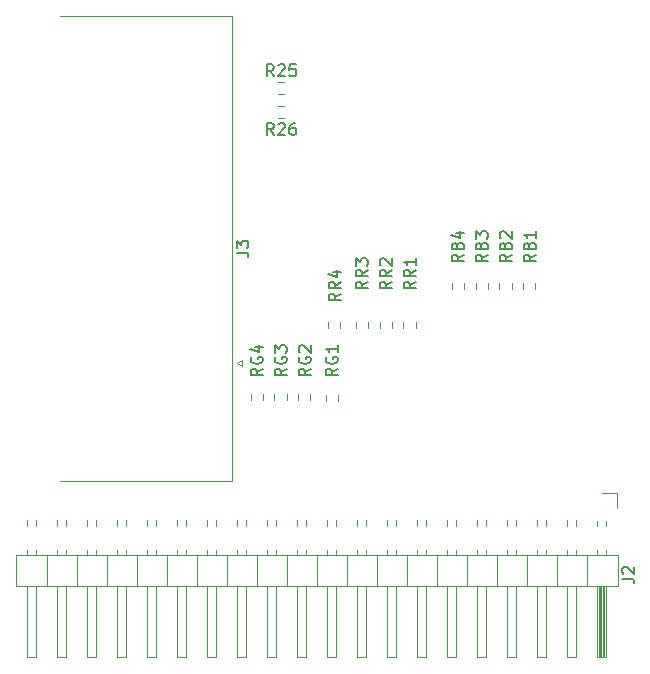
<source format=gbr>
%TF.GenerationSoftware,KiCad,Pcbnew,9.0.0*%
%TF.CreationDate,2025-03-15T18:46:04+01:00*%
%TF.ProjectId,VGA_adapter,5647415f-6164-4617-9074-65722e6b6963,rev?*%
%TF.SameCoordinates,Original*%
%TF.FileFunction,Legend,Top*%
%TF.FilePolarity,Positive*%
%FSLAX46Y46*%
G04 Gerber Fmt 4.6, Leading zero omitted, Abs format (unit mm)*
G04 Created by KiCad (PCBNEW 9.0.0) date 2025-03-15 18:46:04*
%MOMM*%
%LPD*%
G01*
G04 APERTURE LIST*
%ADD10C,0.150000*%
%ADD11C,0.120000*%
G04 APERTURE END LIST*
D10*
X126765150Y-117333333D02*
X127479435Y-117333333D01*
X127479435Y-117333333D02*
X127622292Y-117380952D01*
X127622292Y-117380952D02*
X127717531Y-117476190D01*
X127717531Y-117476190D02*
X127765150Y-117619047D01*
X127765150Y-117619047D02*
X127765150Y-117714285D01*
X126765150Y-116952380D02*
X126765150Y-116333333D01*
X126765150Y-116333333D02*
X127146102Y-116666666D01*
X127146102Y-116666666D02*
X127146102Y-116523809D01*
X127146102Y-116523809D02*
X127193721Y-116428571D01*
X127193721Y-116428571D02*
X127241340Y-116380952D01*
X127241340Y-116380952D02*
X127336578Y-116333333D01*
X127336578Y-116333333D02*
X127574673Y-116333333D01*
X127574673Y-116333333D02*
X127669911Y-116380952D01*
X127669911Y-116380952D02*
X127717531Y-116428571D01*
X127717531Y-116428571D02*
X127765150Y-116523809D01*
X127765150Y-116523809D02*
X127765150Y-116809523D01*
X127765150Y-116809523D02*
X127717531Y-116904761D01*
X127717531Y-116904761D02*
X127669911Y-116952380D01*
X150060819Y-117506666D02*
X149584628Y-117839999D01*
X150060819Y-118078094D02*
X149060819Y-118078094D01*
X149060819Y-118078094D02*
X149060819Y-117697142D01*
X149060819Y-117697142D02*
X149108438Y-117601904D01*
X149108438Y-117601904D02*
X149156057Y-117554285D01*
X149156057Y-117554285D02*
X149251295Y-117506666D01*
X149251295Y-117506666D02*
X149394152Y-117506666D01*
X149394152Y-117506666D02*
X149489390Y-117554285D01*
X149489390Y-117554285D02*
X149537009Y-117601904D01*
X149537009Y-117601904D02*
X149584628Y-117697142D01*
X149584628Y-117697142D02*
X149584628Y-118078094D01*
X149537009Y-116744761D02*
X149584628Y-116601904D01*
X149584628Y-116601904D02*
X149632247Y-116554285D01*
X149632247Y-116554285D02*
X149727485Y-116506666D01*
X149727485Y-116506666D02*
X149870342Y-116506666D01*
X149870342Y-116506666D02*
X149965580Y-116554285D01*
X149965580Y-116554285D02*
X150013200Y-116601904D01*
X150013200Y-116601904D02*
X150060819Y-116697142D01*
X150060819Y-116697142D02*
X150060819Y-117078094D01*
X150060819Y-117078094D02*
X149060819Y-117078094D01*
X149060819Y-117078094D02*
X149060819Y-116744761D01*
X149060819Y-116744761D02*
X149108438Y-116649523D01*
X149108438Y-116649523D02*
X149156057Y-116601904D01*
X149156057Y-116601904D02*
X149251295Y-116554285D01*
X149251295Y-116554285D02*
X149346533Y-116554285D01*
X149346533Y-116554285D02*
X149441771Y-116601904D01*
X149441771Y-116601904D02*
X149489390Y-116649523D01*
X149489390Y-116649523D02*
X149537009Y-116744761D01*
X149537009Y-116744761D02*
X149537009Y-117078094D01*
X149156057Y-116125713D02*
X149108438Y-116078094D01*
X149108438Y-116078094D02*
X149060819Y-115982856D01*
X149060819Y-115982856D02*
X149060819Y-115744761D01*
X149060819Y-115744761D02*
X149108438Y-115649523D01*
X149108438Y-115649523D02*
X149156057Y-115601904D01*
X149156057Y-115601904D02*
X149251295Y-115554285D01*
X149251295Y-115554285D02*
X149346533Y-115554285D01*
X149346533Y-115554285D02*
X149489390Y-115601904D01*
X149489390Y-115601904D02*
X150060819Y-116173332D01*
X150060819Y-116173332D02*
X150060819Y-115554285D01*
X152092819Y-117506666D02*
X151616628Y-117839999D01*
X152092819Y-118078094D02*
X151092819Y-118078094D01*
X151092819Y-118078094D02*
X151092819Y-117697142D01*
X151092819Y-117697142D02*
X151140438Y-117601904D01*
X151140438Y-117601904D02*
X151188057Y-117554285D01*
X151188057Y-117554285D02*
X151283295Y-117506666D01*
X151283295Y-117506666D02*
X151426152Y-117506666D01*
X151426152Y-117506666D02*
X151521390Y-117554285D01*
X151521390Y-117554285D02*
X151569009Y-117601904D01*
X151569009Y-117601904D02*
X151616628Y-117697142D01*
X151616628Y-117697142D02*
X151616628Y-118078094D01*
X151569009Y-116744761D02*
X151616628Y-116601904D01*
X151616628Y-116601904D02*
X151664247Y-116554285D01*
X151664247Y-116554285D02*
X151759485Y-116506666D01*
X151759485Y-116506666D02*
X151902342Y-116506666D01*
X151902342Y-116506666D02*
X151997580Y-116554285D01*
X151997580Y-116554285D02*
X152045200Y-116601904D01*
X152045200Y-116601904D02*
X152092819Y-116697142D01*
X152092819Y-116697142D02*
X152092819Y-117078094D01*
X152092819Y-117078094D02*
X151092819Y-117078094D01*
X151092819Y-117078094D02*
X151092819Y-116744761D01*
X151092819Y-116744761D02*
X151140438Y-116649523D01*
X151140438Y-116649523D02*
X151188057Y-116601904D01*
X151188057Y-116601904D02*
X151283295Y-116554285D01*
X151283295Y-116554285D02*
X151378533Y-116554285D01*
X151378533Y-116554285D02*
X151473771Y-116601904D01*
X151473771Y-116601904D02*
X151521390Y-116649523D01*
X151521390Y-116649523D02*
X151569009Y-116744761D01*
X151569009Y-116744761D02*
X151569009Y-117078094D01*
X152092819Y-115554285D02*
X152092819Y-116125713D01*
X152092819Y-115839999D02*
X151092819Y-115839999D01*
X151092819Y-115839999D02*
X151235676Y-115935237D01*
X151235676Y-115935237D02*
X151330914Y-116030475D01*
X151330914Y-116030475D02*
X151378533Y-116125713D01*
X135328819Y-127158666D02*
X134852628Y-127491999D01*
X135328819Y-127730094D02*
X134328819Y-127730094D01*
X134328819Y-127730094D02*
X134328819Y-127349142D01*
X134328819Y-127349142D02*
X134376438Y-127253904D01*
X134376438Y-127253904D02*
X134424057Y-127206285D01*
X134424057Y-127206285D02*
X134519295Y-127158666D01*
X134519295Y-127158666D02*
X134662152Y-127158666D01*
X134662152Y-127158666D02*
X134757390Y-127206285D01*
X134757390Y-127206285D02*
X134805009Y-127253904D01*
X134805009Y-127253904D02*
X134852628Y-127349142D01*
X134852628Y-127349142D02*
X134852628Y-127730094D01*
X134376438Y-126206285D02*
X134328819Y-126301523D01*
X134328819Y-126301523D02*
X134328819Y-126444380D01*
X134328819Y-126444380D02*
X134376438Y-126587237D01*
X134376438Y-126587237D02*
X134471676Y-126682475D01*
X134471676Y-126682475D02*
X134566914Y-126730094D01*
X134566914Y-126730094D02*
X134757390Y-126777713D01*
X134757390Y-126777713D02*
X134900247Y-126777713D01*
X134900247Y-126777713D02*
X135090723Y-126730094D01*
X135090723Y-126730094D02*
X135185961Y-126682475D01*
X135185961Y-126682475D02*
X135281200Y-126587237D01*
X135281200Y-126587237D02*
X135328819Y-126444380D01*
X135328819Y-126444380D02*
X135328819Y-126349142D01*
X135328819Y-126349142D02*
X135281200Y-126206285D01*
X135281200Y-126206285D02*
X135233580Y-126158666D01*
X135233580Y-126158666D02*
X134900247Y-126158666D01*
X134900247Y-126158666D02*
X134900247Y-126349142D01*
X135328819Y-125206285D02*
X135328819Y-125777713D01*
X135328819Y-125491999D02*
X134328819Y-125491999D01*
X134328819Y-125491999D02*
X134471676Y-125587237D01*
X134471676Y-125587237D02*
X134566914Y-125682475D01*
X134566914Y-125682475D02*
X134614533Y-125777713D01*
X159424819Y-144948333D02*
X160139104Y-144948333D01*
X160139104Y-144948333D02*
X160281961Y-144995952D01*
X160281961Y-144995952D02*
X160377200Y-145091190D01*
X160377200Y-145091190D02*
X160424819Y-145234047D01*
X160424819Y-145234047D02*
X160424819Y-145329285D01*
X159520057Y-144519761D02*
X159472438Y-144472142D01*
X159472438Y-144472142D02*
X159424819Y-144376904D01*
X159424819Y-144376904D02*
X159424819Y-144138809D01*
X159424819Y-144138809D02*
X159472438Y-144043571D01*
X159472438Y-144043571D02*
X159520057Y-143995952D01*
X159520057Y-143995952D02*
X159615295Y-143948333D01*
X159615295Y-143948333D02*
X159710533Y-143948333D01*
X159710533Y-143948333D02*
X159853390Y-143995952D01*
X159853390Y-143995952D02*
X160424819Y-144567380D01*
X160424819Y-144567380D02*
X160424819Y-143948333D01*
X135582819Y-120808666D02*
X135106628Y-121141999D01*
X135582819Y-121380094D02*
X134582819Y-121380094D01*
X134582819Y-121380094D02*
X134582819Y-120999142D01*
X134582819Y-120999142D02*
X134630438Y-120903904D01*
X134630438Y-120903904D02*
X134678057Y-120856285D01*
X134678057Y-120856285D02*
X134773295Y-120808666D01*
X134773295Y-120808666D02*
X134916152Y-120808666D01*
X134916152Y-120808666D02*
X135011390Y-120856285D01*
X135011390Y-120856285D02*
X135059009Y-120903904D01*
X135059009Y-120903904D02*
X135106628Y-120999142D01*
X135106628Y-120999142D02*
X135106628Y-121380094D01*
X135582819Y-119808666D02*
X135106628Y-120141999D01*
X135582819Y-120380094D02*
X134582819Y-120380094D01*
X134582819Y-120380094D02*
X134582819Y-119999142D01*
X134582819Y-119999142D02*
X134630438Y-119903904D01*
X134630438Y-119903904D02*
X134678057Y-119856285D01*
X134678057Y-119856285D02*
X134773295Y-119808666D01*
X134773295Y-119808666D02*
X134916152Y-119808666D01*
X134916152Y-119808666D02*
X135011390Y-119856285D01*
X135011390Y-119856285D02*
X135059009Y-119903904D01*
X135059009Y-119903904D02*
X135106628Y-119999142D01*
X135106628Y-119999142D02*
X135106628Y-120380094D01*
X134916152Y-118951523D02*
X135582819Y-118951523D01*
X134535200Y-119189618D02*
X135249485Y-119427713D01*
X135249485Y-119427713D02*
X135249485Y-118808666D01*
X137868819Y-119792666D02*
X137392628Y-120125999D01*
X137868819Y-120364094D02*
X136868819Y-120364094D01*
X136868819Y-120364094D02*
X136868819Y-119983142D01*
X136868819Y-119983142D02*
X136916438Y-119887904D01*
X136916438Y-119887904D02*
X136964057Y-119840285D01*
X136964057Y-119840285D02*
X137059295Y-119792666D01*
X137059295Y-119792666D02*
X137202152Y-119792666D01*
X137202152Y-119792666D02*
X137297390Y-119840285D01*
X137297390Y-119840285D02*
X137345009Y-119887904D01*
X137345009Y-119887904D02*
X137392628Y-119983142D01*
X137392628Y-119983142D02*
X137392628Y-120364094D01*
X137868819Y-118792666D02*
X137392628Y-119125999D01*
X137868819Y-119364094D02*
X136868819Y-119364094D01*
X136868819Y-119364094D02*
X136868819Y-118983142D01*
X136868819Y-118983142D02*
X136916438Y-118887904D01*
X136916438Y-118887904D02*
X136964057Y-118840285D01*
X136964057Y-118840285D02*
X137059295Y-118792666D01*
X137059295Y-118792666D02*
X137202152Y-118792666D01*
X137202152Y-118792666D02*
X137297390Y-118840285D01*
X137297390Y-118840285D02*
X137345009Y-118887904D01*
X137345009Y-118887904D02*
X137392628Y-118983142D01*
X137392628Y-118983142D02*
X137392628Y-119364094D01*
X136868819Y-118459332D02*
X136868819Y-117840285D01*
X136868819Y-117840285D02*
X137249771Y-118173618D01*
X137249771Y-118173618D02*
X137249771Y-118030761D01*
X137249771Y-118030761D02*
X137297390Y-117935523D01*
X137297390Y-117935523D02*
X137345009Y-117887904D01*
X137345009Y-117887904D02*
X137440247Y-117840285D01*
X137440247Y-117840285D02*
X137678342Y-117840285D01*
X137678342Y-117840285D02*
X137773580Y-117887904D01*
X137773580Y-117887904D02*
X137821200Y-117935523D01*
X137821200Y-117935523D02*
X137868819Y-118030761D01*
X137868819Y-118030761D02*
X137868819Y-118316475D01*
X137868819Y-118316475D02*
X137821200Y-118411713D01*
X137821200Y-118411713D02*
X137773580Y-118459332D01*
X139900819Y-119792666D02*
X139424628Y-120125999D01*
X139900819Y-120364094D02*
X138900819Y-120364094D01*
X138900819Y-120364094D02*
X138900819Y-119983142D01*
X138900819Y-119983142D02*
X138948438Y-119887904D01*
X138948438Y-119887904D02*
X138996057Y-119840285D01*
X138996057Y-119840285D02*
X139091295Y-119792666D01*
X139091295Y-119792666D02*
X139234152Y-119792666D01*
X139234152Y-119792666D02*
X139329390Y-119840285D01*
X139329390Y-119840285D02*
X139377009Y-119887904D01*
X139377009Y-119887904D02*
X139424628Y-119983142D01*
X139424628Y-119983142D02*
X139424628Y-120364094D01*
X139900819Y-118792666D02*
X139424628Y-119125999D01*
X139900819Y-119364094D02*
X138900819Y-119364094D01*
X138900819Y-119364094D02*
X138900819Y-118983142D01*
X138900819Y-118983142D02*
X138948438Y-118887904D01*
X138948438Y-118887904D02*
X138996057Y-118840285D01*
X138996057Y-118840285D02*
X139091295Y-118792666D01*
X139091295Y-118792666D02*
X139234152Y-118792666D01*
X139234152Y-118792666D02*
X139329390Y-118840285D01*
X139329390Y-118840285D02*
X139377009Y-118887904D01*
X139377009Y-118887904D02*
X139424628Y-118983142D01*
X139424628Y-118983142D02*
X139424628Y-119364094D01*
X138996057Y-118411713D02*
X138948438Y-118364094D01*
X138948438Y-118364094D02*
X138900819Y-118268856D01*
X138900819Y-118268856D02*
X138900819Y-118030761D01*
X138900819Y-118030761D02*
X138948438Y-117935523D01*
X138948438Y-117935523D02*
X138996057Y-117887904D01*
X138996057Y-117887904D02*
X139091295Y-117840285D01*
X139091295Y-117840285D02*
X139186533Y-117840285D01*
X139186533Y-117840285D02*
X139329390Y-117887904D01*
X139329390Y-117887904D02*
X139900819Y-118459332D01*
X139900819Y-118459332D02*
X139900819Y-117840285D01*
X141932819Y-119792666D02*
X141456628Y-120125999D01*
X141932819Y-120364094D02*
X140932819Y-120364094D01*
X140932819Y-120364094D02*
X140932819Y-119983142D01*
X140932819Y-119983142D02*
X140980438Y-119887904D01*
X140980438Y-119887904D02*
X141028057Y-119840285D01*
X141028057Y-119840285D02*
X141123295Y-119792666D01*
X141123295Y-119792666D02*
X141266152Y-119792666D01*
X141266152Y-119792666D02*
X141361390Y-119840285D01*
X141361390Y-119840285D02*
X141409009Y-119887904D01*
X141409009Y-119887904D02*
X141456628Y-119983142D01*
X141456628Y-119983142D02*
X141456628Y-120364094D01*
X141932819Y-118792666D02*
X141456628Y-119125999D01*
X141932819Y-119364094D02*
X140932819Y-119364094D01*
X140932819Y-119364094D02*
X140932819Y-118983142D01*
X140932819Y-118983142D02*
X140980438Y-118887904D01*
X140980438Y-118887904D02*
X141028057Y-118840285D01*
X141028057Y-118840285D02*
X141123295Y-118792666D01*
X141123295Y-118792666D02*
X141266152Y-118792666D01*
X141266152Y-118792666D02*
X141361390Y-118840285D01*
X141361390Y-118840285D02*
X141409009Y-118887904D01*
X141409009Y-118887904D02*
X141456628Y-118983142D01*
X141456628Y-118983142D02*
X141456628Y-119364094D01*
X141932819Y-117840285D02*
X141932819Y-118411713D01*
X141932819Y-118125999D02*
X140932819Y-118125999D01*
X140932819Y-118125999D02*
X141075676Y-118221237D01*
X141075676Y-118221237D02*
X141170914Y-118316475D01*
X141170914Y-118316475D02*
X141218533Y-118411713D01*
X128978819Y-127158666D02*
X128502628Y-127491999D01*
X128978819Y-127730094D02*
X127978819Y-127730094D01*
X127978819Y-127730094D02*
X127978819Y-127349142D01*
X127978819Y-127349142D02*
X128026438Y-127253904D01*
X128026438Y-127253904D02*
X128074057Y-127206285D01*
X128074057Y-127206285D02*
X128169295Y-127158666D01*
X128169295Y-127158666D02*
X128312152Y-127158666D01*
X128312152Y-127158666D02*
X128407390Y-127206285D01*
X128407390Y-127206285D02*
X128455009Y-127253904D01*
X128455009Y-127253904D02*
X128502628Y-127349142D01*
X128502628Y-127349142D02*
X128502628Y-127730094D01*
X128026438Y-126206285D02*
X127978819Y-126301523D01*
X127978819Y-126301523D02*
X127978819Y-126444380D01*
X127978819Y-126444380D02*
X128026438Y-126587237D01*
X128026438Y-126587237D02*
X128121676Y-126682475D01*
X128121676Y-126682475D02*
X128216914Y-126730094D01*
X128216914Y-126730094D02*
X128407390Y-126777713D01*
X128407390Y-126777713D02*
X128550247Y-126777713D01*
X128550247Y-126777713D02*
X128740723Y-126730094D01*
X128740723Y-126730094D02*
X128835961Y-126682475D01*
X128835961Y-126682475D02*
X128931200Y-126587237D01*
X128931200Y-126587237D02*
X128978819Y-126444380D01*
X128978819Y-126444380D02*
X128978819Y-126349142D01*
X128978819Y-126349142D02*
X128931200Y-126206285D01*
X128931200Y-126206285D02*
X128883580Y-126158666D01*
X128883580Y-126158666D02*
X128550247Y-126158666D01*
X128550247Y-126158666D02*
X128550247Y-126349142D01*
X128312152Y-125301523D02*
X128978819Y-125301523D01*
X127931200Y-125539618D02*
X128645485Y-125777713D01*
X128645485Y-125777713D02*
X128645485Y-125158666D01*
X131010819Y-127158666D02*
X130534628Y-127491999D01*
X131010819Y-127730094D02*
X130010819Y-127730094D01*
X130010819Y-127730094D02*
X130010819Y-127349142D01*
X130010819Y-127349142D02*
X130058438Y-127253904D01*
X130058438Y-127253904D02*
X130106057Y-127206285D01*
X130106057Y-127206285D02*
X130201295Y-127158666D01*
X130201295Y-127158666D02*
X130344152Y-127158666D01*
X130344152Y-127158666D02*
X130439390Y-127206285D01*
X130439390Y-127206285D02*
X130487009Y-127253904D01*
X130487009Y-127253904D02*
X130534628Y-127349142D01*
X130534628Y-127349142D02*
X130534628Y-127730094D01*
X130058438Y-126206285D02*
X130010819Y-126301523D01*
X130010819Y-126301523D02*
X130010819Y-126444380D01*
X130010819Y-126444380D02*
X130058438Y-126587237D01*
X130058438Y-126587237D02*
X130153676Y-126682475D01*
X130153676Y-126682475D02*
X130248914Y-126730094D01*
X130248914Y-126730094D02*
X130439390Y-126777713D01*
X130439390Y-126777713D02*
X130582247Y-126777713D01*
X130582247Y-126777713D02*
X130772723Y-126730094D01*
X130772723Y-126730094D02*
X130867961Y-126682475D01*
X130867961Y-126682475D02*
X130963200Y-126587237D01*
X130963200Y-126587237D02*
X131010819Y-126444380D01*
X131010819Y-126444380D02*
X131010819Y-126349142D01*
X131010819Y-126349142D02*
X130963200Y-126206285D01*
X130963200Y-126206285D02*
X130915580Y-126158666D01*
X130915580Y-126158666D02*
X130582247Y-126158666D01*
X130582247Y-126158666D02*
X130582247Y-126349142D01*
X130010819Y-125825332D02*
X130010819Y-125206285D01*
X130010819Y-125206285D02*
X130391771Y-125539618D01*
X130391771Y-125539618D02*
X130391771Y-125396761D01*
X130391771Y-125396761D02*
X130439390Y-125301523D01*
X130439390Y-125301523D02*
X130487009Y-125253904D01*
X130487009Y-125253904D02*
X130582247Y-125206285D01*
X130582247Y-125206285D02*
X130820342Y-125206285D01*
X130820342Y-125206285D02*
X130915580Y-125253904D01*
X130915580Y-125253904D02*
X130963200Y-125301523D01*
X130963200Y-125301523D02*
X131010819Y-125396761D01*
X131010819Y-125396761D02*
X131010819Y-125682475D01*
X131010819Y-125682475D02*
X130963200Y-125777713D01*
X130963200Y-125777713D02*
X130915580Y-125825332D01*
X133042819Y-127158666D02*
X132566628Y-127491999D01*
X133042819Y-127730094D02*
X132042819Y-127730094D01*
X132042819Y-127730094D02*
X132042819Y-127349142D01*
X132042819Y-127349142D02*
X132090438Y-127253904D01*
X132090438Y-127253904D02*
X132138057Y-127206285D01*
X132138057Y-127206285D02*
X132233295Y-127158666D01*
X132233295Y-127158666D02*
X132376152Y-127158666D01*
X132376152Y-127158666D02*
X132471390Y-127206285D01*
X132471390Y-127206285D02*
X132519009Y-127253904D01*
X132519009Y-127253904D02*
X132566628Y-127349142D01*
X132566628Y-127349142D02*
X132566628Y-127730094D01*
X132090438Y-126206285D02*
X132042819Y-126301523D01*
X132042819Y-126301523D02*
X132042819Y-126444380D01*
X132042819Y-126444380D02*
X132090438Y-126587237D01*
X132090438Y-126587237D02*
X132185676Y-126682475D01*
X132185676Y-126682475D02*
X132280914Y-126730094D01*
X132280914Y-126730094D02*
X132471390Y-126777713D01*
X132471390Y-126777713D02*
X132614247Y-126777713D01*
X132614247Y-126777713D02*
X132804723Y-126730094D01*
X132804723Y-126730094D02*
X132899961Y-126682475D01*
X132899961Y-126682475D02*
X132995200Y-126587237D01*
X132995200Y-126587237D02*
X133042819Y-126444380D01*
X133042819Y-126444380D02*
X133042819Y-126349142D01*
X133042819Y-126349142D02*
X132995200Y-126206285D01*
X132995200Y-126206285D02*
X132947580Y-126158666D01*
X132947580Y-126158666D02*
X132614247Y-126158666D01*
X132614247Y-126158666D02*
X132614247Y-126349142D01*
X132138057Y-125777713D02*
X132090438Y-125730094D01*
X132090438Y-125730094D02*
X132042819Y-125634856D01*
X132042819Y-125634856D02*
X132042819Y-125396761D01*
X132042819Y-125396761D02*
X132090438Y-125301523D01*
X132090438Y-125301523D02*
X132138057Y-125253904D01*
X132138057Y-125253904D02*
X132233295Y-125206285D01*
X132233295Y-125206285D02*
X132328533Y-125206285D01*
X132328533Y-125206285D02*
X132471390Y-125253904D01*
X132471390Y-125253904D02*
X133042819Y-125825332D01*
X133042819Y-125825332D02*
X133042819Y-125206285D01*
X145996819Y-117506666D02*
X145520628Y-117839999D01*
X145996819Y-118078094D02*
X144996819Y-118078094D01*
X144996819Y-118078094D02*
X144996819Y-117697142D01*
X144996819Y-117697142D02*
X145044438Y-117601904D01*
X145044438Y-117601904D02*
X145092057Y-117554285D01*
X145092057Y-117554285D02*
X145187295Y-117506666D01*
X145187295Y-117506666D02*
X145330152Y-117506666D01*
X145330152Y-117506666D02*
X145425390Y-117554285D01*
X145425390Y-117554285D02*
X145473009Y-117601904D01*
X145473009Y-117601904D02*
X145520628Y-117697142D01*
X145520628Y-117697142D02*
X145520628Y-118078094D01*
X145473009Y-116744761D02*
X145520628Y-116601904D01*
X145520628Y-116601904D02*
X145568247Y-116554285D01*
X145568247Y-116554285D02*
X145663485Y-116506666D01*
X145663485Y-116506666D02*
X145806342Y-116506666D01*
X145806342Y-116506666D02*
X145901580Y-116554285D01*
X145901580Y-116554285D02*
X145949200Y-116601904D01*
X145949200Y-116601904D02*
X145996819Y-116697142D01*
X145996819Y-116697142D02*
X145996819Y-117078094D01*
X145996819Y-117078094D02*
X144996819Y-117078094D01*
X144996819Y-117078094D02*
X144996819Y-116744761D01*
X144996819Y-116744761D02*
X145044438Y-116649523D01*
X145044438Y-116649523D02*
X145092057Y-116601904D01*
X145092057Y-116601904D02*
X145187295Y-116554285D01*
X145187295Y-116554285D02*
X145282533Y-116554285D01*
X145282533Y-116554285D02*
X145377771Y-116601904D01*
X145377771Y-116601904D02*
X145425390Y-116649523D01*
X145425390Y-116649523D02*
X145473009Y-116744761D01*
X145473009Y-116744761D02*
X145473009Y-117078094D01*
X145330152Y-115649523D02*
X145996819Y-115649523D01*
X144949200Y-115887618D02*
X145663485Y-116125713D01*
X145663485Y-116125713D02*
X145663485Y-115506666D01*
X148028819Y-117506666D02*
X147552628Y-117839999D01*
X148028819Y-118078094D02*
X147028819Y-118078094D01*
X147028819Y-118078094D02*
X147028819Y-117697142D01*
X147028819Y-117697142D02*
X147076438Y-117601904D01*
X147076438Y-117601904D02*
X147124057Y-117554285D01*
X147124057Y-117554285D02*
X147219295Y-117506666D01*
X147219295Y-117506666D02*
X147362152Y-117506666D01*
X147362152Y-117506666D02*
X147457390Y-117554285D01*
X147457390Y-117554285D02*
X147505009Y-117601904D01*
X147505009Y-117601904D02*
X147552628Y-117697142D01*
X147552628Y-117697142D02*
X147552628Y-118078094D01*
X147505009Y-116744761D02*
X147552628Y-116601904D01*
X147552628Y-116601904D02*
X147600247Y-116554285D01*
X147600247Y-116554285D02*
X147695485Y-116506666D01*
X147695485Y-116506666D02*
X147838342Y-116506666D01*
X147838342Y-116506666D02*
X147933580Y-116554285D01*
X147933580Y-116554285D02*
X147981200Y-116601904D01*
X147981200Y-116601904D02*
X148028819Y-116697142D01*
X148028819Y-116697142D02*
X148028819Y-117078094D01*
X148028819Y-117078094D02*
X147028819Y-117078094D01*
X147028819Y-117078094D02*
X147028819Y-116744761D01*
X147028819Y-116744761D02*
X147076438Y-116649523D01*
X147076438Y-116649523D02*
X147124057Y-116601904D01*
X147124057Y-116601904D02*
X147219295Y-116554285D01*
X147219295Y-116554285D02*
X147314533Y-116554285D01*
X147314533Y-116554285D02*
X147409771Y-116601904D01*
X147409771Y-116601904D02*
X147457390Y-116649523D01*
X147457390Y-116649523D02*
X147505009Y-116744761D01*
X147505009Y-116744761D02*
X147505009Y-117078094D01*
X147028819Y-116173332D02*
X147028819Y-115554285D01*
X147028819Y-115554285D02*
X147409771Y-115887618D01*
X147409771Y-115887618D02*
X147409771Y-115744761D01*
X147409771Y-115744761D02*
X147457390Y-115649523D01*
X147457390Y-115649523D02*
X147505009Y-115601904D01*
X147505009Y-115601904D02*
X147600247Y-115554285D01*
X147600247Y-115554285D02*
X147838342Y-115554285D01*
X147838342Y-115554285D02*
X147933580Y-115601904D01*
X147933580Y-115601904D02*
X147981200Y-115649523D01*
X147981200Y-115649523D02*
X148028819Y-115744761D01*
X148028819Y-115744761D02*
X148028819Y-116030475D01*
X148028819Y-116030475D02*
X147981200Y-116125713D01*
X147981200Y-116125713D02*
X147933580Y-116173332D01*
X129913142Y-107388819D02*
X129579809Y-106912628D01*
X129341714Y-107388819D02*
X129341714Y-106388819D01*
X129341714Y-106388819D02*
X129722666Y-106388819D01*
X129722666Y-106388819D02*
X129817904Y-106436438D01*
X129817904Y-106436438D02*
X129865523Y-106484057D01*
X129865523Y-106484057D02*
X129913142Y-106579295D01*
X129913142Y-106579295D02*
X129913142Y-106722152D01*
X129913142Y-106722152D02*
X129865523Y-106817390D01*
X129865523Y-106817390D02*
X129817904Y-106865009D01*
X129817904Y-106865009D02*
X129722666Y-106912628D01*
X129722666Y-106912628D02*
X129341714Y-106912628D01*
X130294095Y-106484057D02*
X130341714Y-106436438D01*
X130341714Y-106436438D02*
X130436952Y-106388819D01*
X130436952Y-106388819D02*
X130675047Y-106388819D01*
X130675047Y-106388819D02*
X130770285Y-106436438D01*
X130770285Y-106436438D02*
X130817904Y-106484057D01*
X130817904Y-106484057D02*
X130865523Y-106579295D01*
X130865523Y-106579295D02*
X130865523Y-106674533D01*
X130865523Y-106674533D02*
X130817904Y-106817390D01*
X130817904Y-106817390D02*
X130246476Y-107388819D01*
X130246476Y-107388819D02*
X130865523Y-107388819D01*
X131722666Y-106388819D02*
X131532190Y-106388819D01*
X131532190Y-106388819D02*
X131436952Y-106436438D01*
X131436952Y-106436438D02*
X131389333Y-106484057D01*
X131389333Y-106484057D02*
X131294095Y-106626914D01*
X131294095Y-106626914D02*
X131246476Y-106817390D01*
X131246476Y-106817390D02*
X131246476Y-107198342D01*
X131246476Y-107198342D02*
X131294095Y-107293580D01*
X131294095Y-107293580D02*
X131341714Y-107341200D01*
X131341714Y-107341200D02*
X131436952Y-107388819D01*
X131436952Y-107388819D02*
X131627428Y-107388819D01*
X131627428Y-107388819D02*
X131722666Y-107341200D01*
X131722666Y-107341200D02*
X131770285Y-107293580D01*
X131770285Y-107293580D02*
X131817904Y-107198342D01*
X131817904Y-107198342D02*
X131817904Y-106960247D01*
X131817904Y-106960247D02*
X131770285Y-106865009D01*
X131770285Y-106865009D02*
X131722666Y-106817390D01*
X131722666Y-106817390D02*
X131627428Y-106769771D01*
X131627428Y-106769771D02*
X131436952Y-106769771D01*
X131436952Y-106769771D02*
X131341714Y-106817390D01*
X131341714Y-106817390D02*
X131294095Y-106865009D01*
X131294095Y-106865009D02*
X131246476Y-106960247D01*
X129913142Y-102402819D02*
X129579809Y-101926628D01*
X129341714Y-102402819D02*
X129341714Y-101402819D01*
X129341714Y-101402819D02*
X129722666Y-101402819D01*
X129722666Y-101402819D02*
X129817904Y-101450438D01*
X129817904Y-101450438D02*
X129865523Y-101498057D01*
X129865523Y-101498057D02*
X129913142Y-101593295D01*
X129913142Y-101593295D02*
X129913142Y-101736152D01*
X129913142Y-101736152D02*
X129865523Y-101831390D01*
X129865523Y-101831390D02*
X129817904Y-101879009D01*
X129817904Y-101879009D02*
X129722666Y-101926628D01*
X129722666Y-101926628D02*
X129341714Y-101926628D01*
X130294095Y-101498057D02*
X130341714Y-101450438D01*
X130341714Y-101450438D02*
X130436952Y-101402819D01*
X130436952Y-101402819D02*
X130675047Y-101402819D01*
X130675047Y-101402819D02*
X130770285Y-101450438D01*
X130770285Y-101450438D02*
X130817904Y-101498057D01*
X130817904Y-101498057D02*
X130865523Y-101593295D01*
X130865523Y-101593295D02*
X130865523Y-101688533D01*
X130865523Y-101688533D02*
X130817904Y-101831390D01*
X130817904Y-101831390D02*
X130246476Y-102402819D01*
X130246476Y-102402819D02*
X130865523Y-102402819D01*
X131770285Y-101402819D02*
X131294095Y-101402819D01*
X131294095Y-101402819D02*
X131246476Y-101879009D01*
X131246476Y-101879009D02*
X131294095Y-101831390D01*
X131294095Y-101831390D02*
X131389333Y-101783771D01*
X131389333Y-101783771D02*
X131627428Y-101783771D01*
X131627428Y-101783771D02*
X131722666Y-101831390D01*
X131722666Y-101831390D02*
X131770285Y-101879009D01*
X131770285Y-101879009D02*
X131817904Y-101974247D01*
X131817904Y-101974247D02*
X131817904Y-102212342D01*
X131817904Y-102212342D02*
X131770285Y-102307580D01*
X131770285Y-102307580D02*
X131722666Y-102355200D01*
X131722666Y-102355200D02*
X131627428Y-102402819D01*
X131627428Y-102402819D02*
X131389333Y-102402819D01*
X131389333Y-102402819D02*
X131294095Y-102355200D01*
X131294095Y-102355200D02*
X131246476Y-102307580D01*
D11*
%TO.C,J3*%
X126370331Y-136660000D02*
X111830331Y-136660000D01*
X127264669Y-126945000D02*
X126831656Y-126695000D01*
X126831656Y-126695000D02*
X127264669Y-126445000D01*
X127264669Y-126445000D02*
X127264669Y-126945000D01*
X111830331Y-97340000D02*
X126370331Y-97340000D01*
X126370331Y-97340000D02*
X126370331Y-136660000D01*
%TO.C,RB2*%
X150064500Y-120396724D02*
X150064500Y-119887276D01*
X149019500Y-120396724D02*
X149019500Y-119887276D01*
%TO.C,RB1*%
X152064500Y-120396724D02*
X152064500Y-119887276D01*
X151019500Y-120396724D02*
X151019500Y-119887276D01*
%TO.C,RG1*%
X135396500Y-129882067D02*
X135396500Y-129372619D01*
X134351500Y-129882067D02*
X134351500Y-129372619D01*
%TO.C,J2*%
X158970000Y-137690000D02*
X158970000Y-138960000D01*
X157700000Y-137690000D02*
X158970000Y-137690000D01*
X155540000Y-140002929D02*
X155540000Y-140457071D01*
X154780000Y-140002929D02*
X154780000Y-140457071D01*
X153000000Y-140002929D02*
X153000000Y-140457071D01*
X152240000Y-140002929D02*
X152240000Y-140457071D01*
X150460000Y-140002929D02*
X150460000Y-140457071D01*
X149700000Y-140002929D02*
X149700000Y-140457071D01*
X147920000Y-140002929D02*
X147920000Y-140457071D01*
X147160000Y-140002929D02*
X147160000Y-140457071D01*
X145380000Y-140002929D02*
X145380000Y-140457071D01*
X144620000Y-140002929D02*
X144620000Y-140457071D01*
X142840000Y-140002929D02*
X142840000Y-140457071D01*
X142080000Y-140002929D02*
X142080000Y-140457071D01*
X140300000Y-140002929D02*
X140300000Y-140457071D01*
X139540000Y-140002929D02*
X139540000Y-140457071D01*
X137760000Y-140002929D02*
X137760000Y-140457071D01*
X137000000Y-140002929D02*
X137000000Y-140457071D01*
X135220000Y-140002929D02*
X135220000Y-140457071D01*
X134460000Y-140002929D02*
X134460000Y-140457071D01*
X132680000Y-140002929D02*
X132680000Y-140457071D01*
X131920000Y-140002929D02*
X131920000Y-140457071D01*
X130140000Y-140002929D02*
X130140000Y-140457071D01*
X129380000Y-140002929D02*
X129380000Y-140457071D01*
X127600000Y-140002929D02*
X127600000Y-140457071D01*
X126840000Y-140002929D02*
X126840000Y-140457071D01*
X125060000Y-140002929D02*
X125060000Y-140457071D01*
X124300000Y-140002929D02*
X124300000Y-140457071D01*
X122520000Y-140002929D02*
X122520000Y-140457071D01*
X121760000Y-140002929D02*
X121760000Y-140457071D01*
X119980000Y-140002929D02*
X119980000Y-140457071D01*
X119220000Y-140002929D02*
X119220000Y-140457071D01*
X117440000Y-140002929D02*
X117440000Y-140457071D01*
X116680000Y-140002929D02*
X116680000Y-140457071D01*
X114900000Y-140002929D02*
X114900000Y-140457071D01*
X114140000Y-140002929D02*
X114140000Y-140457071D01*
X112360000Y-140002929D02*
X112360000Y-140457071D01*
X111600000Y-140002929D02*
X111600000Y-140457071D01*
X109820000Y-140002929D02*
X109820000Y-140457071D01*
X109060000Y-140002929D02*
X109060000Y-140457071D01*
X158080000Y-140070000D02*
X158080000Y-140457071D01*
X157320000Y-140070000D02*
X157320000Y-140457071D01*
X158080000Y-142542929D02*
X158080000Y-142940000D01*
X157320000Y-142542929D02*
X157320000Y-142940000D01*
X155540000Y-142542929D02*
X155540000Y-142940000D01*
X154780000Y-142542929D02*
X154780000Y-142940000D01*
X153000000Y-142542929D02*
X153000000Y-142940000D01*
X152240000Y-142542929D02*
X152240000Y-142940000D01*
X150460000Y-142542929D02*
X150460000Y-142940000D01*
X149700000Y-142542929D02*
X149700000Y-142940000D01*
X147920000Y-142542929D02*
X147920000Y-142940000D01*
X147160000Y-142542929D02*
X147160000Y-142940000D01*
X145380000Y-142542929D02*
X145380000Y-142940000D01*
X144620000Y-142542929D02*
X144620000Y-142940000D01*
X142840000Y-142542929D02*
X142840000Y-142940000D01*
X142080000Y-142542929D02*
X142080000Y-142940000D01*
X140300000Y-142542929D02*
X140300000Y-142940000D01*
X139540000Y-142542929D02*
X139540000Y-142940000D01*
X137760000Y-142542929D02*
X137760000Y-142940000D01*
X137000000Y-142542929D02*
X137000000Y-142940000D01*
X135220000Y-142542929D02*
X135220000Y-142940000D01*
X134460000Y-142542929D02*
X134460000Y-142940000D01*
X132680000Y-142542929D02*
X132680000Y-142940000D01*
X131920000Y-142542929D02*
X131920000Y-142940000D01*
X130140000Y-142542929D02*
X130140000Y-142940000D01*
X129380000Y-142542929D02*
X129380000Y-142940000D01*
X127600000Y-142542929D02*
X127600000Y-142940000D01*
X126840000Y-142542929D02*
X126840000Y-142940000D01*
X125060000Y-142542929D02*
X125060000Y-142940000D01*
X124300000Y-142542929D02*
X124300000Y-142940000D01*
X122520000Y-142542929D02*
X122520000Y-142940000D01*
X121760000Y-142542929D02*
X121760000Y-142940000D01*
X119980000Y-142542929D02*
X119980000Y-142940000D01*
X119220000Y-142542929D02*
X119220000Y-142940000D01*
X117440000Y-142542929D02*
X117440000Y-142940000D01*
X116680000Y-142542929D02*
X116680000Y-142940000D01*
X114900000Y-142542929D02*
X114900000Y-142940000D01*
X114140000Y-142542929D02*
X114140000Y-142940000D01*
X112360000Y-142542929D02*
X112360000Y-142940000D01*
X111600000Y-142542929D02*
X111600000Y-142940000D01*
X109820000Y-142542929D02*
X109820000Y-142940000D01*
X109060000Y-142542929D02*
X109060000Y-142940000D01*
X159030000Y-142940000D02*
X108110000Y-142940000D01*
X156430000Y-142940000D02*
X156430000Y-145600000D01*
X153890000Y-142940000D02*
X153890000Y-145600000D01*
X151350000Y-142940000D02*
X151350000Y-145600000D01*
X148810000Y-142940000D02*
X148810000Y-145600000D01*
X146270000Y-142940000D02*
X146270000Y-145600000D01*
X143730000Y-142940000D02*
X143730000Y-145600000D01*
X141190000Y-142940000D02*
X141190000Y-145600000D01*
X138650000Y-142940000D02*
X138650000Y-145600000D01*
X136110000Y-142940000D02*
X136110000Y-145600000D01*
X133570000Y-142940000D02*
X133570000Y-145600000D01*
X131030000Y-142940000D02*
X131030000Y-145600000D01*
X128490000Y-142940000D02*
X128490000Y-145600000D01*
X125950000Y-142940000D02*
X125950000Y-145600000D01*
X123410000Y-142940000D02*
X123410000Y-145600000D01*
X120870000Y-142940000D02*
X120870000Y-145600000D01*
X118330000Y-142940000D02*
X118330000Y-145600000D01*
X115790000Y-142940000D02*
X115790000Y-145600000D01*
X113250000Y-142940000D02*
X113250000Y-145600000D01*
X110710000Y-142940000D02*
X110710000Y-145600000D01*
X108110000Y-142940000D02*
X108110000Y-145600000D01*
X159030000Y-145600000D02*
X159030000Y-142940000D01*
X158080000Y-145600000D02*
X158080000Y-151600000D01*
X158020000Y-145600000D02*
X158020000Y-151600000D01*
X157900000Y-145600000D02*
X157900000Y-151600000D01*
X157780000Y-145600000D02*
X157780000Y-151600000D01*
X157660000Y-145600000D02*
X157660000Y-151600000D01*
X157540000Y-145600000D02*
X157540000Y-151600000D01*
X157420000Y-145600000D02*
X157420000Y-151600000D01*
X155540000Y-145600000D02*
X155540000Y-151600000D01*
X153000000Y-145600000D02*
X153000000Y-151600000D01*
X150460000Y-145600000D02*
X150460000Y-151600000D01*
X147920000Y-145600000D02*
X147920000Y-151600000D01*
X145380000Y-145600000D02*
X145380000Y-151600000D01*
X142840000Y-145600000D02*
X142840000Y-151600000D01*
X140300000Y-145600000D02*
X140300000Y-151600000D01*
X137760000Y-145600000D02*
X137760000Y-151600000D01*
X135220000Y-145600000D02*
X135220000Y-151600000D01*
X132680000Y-145600000D02*
X132680000Y-151600000D01*
X130140000Y-145600000D02*
X130140000Y-151600000D01*
X127600000Y-145600000D02*
X127600000Y-151600000D01*
X125060000Y-145600000D02*
X125060000Y-151600000D01*
X122520000Y-145600000D02*
X122520000Y-151600000D01*
X119980000Y-145600000D02*
X119980000Y-151600000D01*
X117440000Y-145600000D02*
X117440000Y-151600000D01*
X114900000Y-145600000D02*
X114900000Y-151600000D01*
X112360000Y-145600000D02*
X112360000Y-151600000D01*
X109820000Y-145600000D02*
X109820000Y-151600000D01*
X108110000Y-145600000D02*
X159030000Y-145600000D01*
X158080000Y-151600000D02*
X157320000Y-151600000D01*
X157320000Y-151600000D02*
X157320000Y-145600000D01*
X155540000Y-151600000D02*
X154780000Y-151600000D01*
X154780000Y-151600000D02*
X154780000Y-145600000D01*
X153000000Y-151600000D02*
X152240000Y-151600000D01*
X152240000Y-151600000D02*
X152240000Y-145600000D01*
X150460000Y-151600000D02*
X149700000Y-151600000D01*
X149700000Y-151600000D02*
X149700000Y-145600000D01*
X147920000Y-151600000D02*
X147160000Y-151600000D01*
X147160000Y-151600000D02*
X147160000Y-145600000D01*
X145380000Y-151600000D02*
X144620000Y-151600000D01*
X144620000Y-151600000D02*
X144620000Y-145600000D01*
X142840000Y-151600000D02*
X142080000Y-151600000D01*
X142080000Y-151600000D02*
X142080000Y-145600000D01*
X140300000Y-151600000D02*
X139540000Y-151600000D01*
X139540000Y-151600000D02*
X139540000Y-145600000D01*
X137760000Y-151600000D02*
X137000000Y-151600000D01*
X137000000Y-151600000D02*
X137000000Y-145600000D01*
X135220000Y-151600000D02*
X134460000Y-151600000D01*
X134460000Y-151600000D02*
X134460000Y-145600000D01*
X132680000Y-151600000D02*
X131920000Y-151600000D01*
X131920000Y-151600000D02*
X131920000Y-145600000D01*
X130140000Y-151600000D02*
X129380000Y-151600000D01*
X129380000Y-151600000D02*
X129380000Y-145600000D01*
X127600000Y-151600000D02*
X126840000Y-151600000D01*
X126840000Y-151600000D02*
X126840000Y-145600000D01*
X125060000Y-151600000D02*
X124300000Y-151600000D01*
X124300000Y-151600000D02*
X124300000Y-145600000D01*
X122520000Y-151600000D02*
X121760000Y-151600000D01*
X121760000Y-151600000D02*
X121760000Y-145600000D01*
X119980000Y-151600000D02*
X119220000Y-151600000D01*
X119220000Y-151600000D02*
X119220000Y-145600000D01*
X117440000Y-151600000D02*
X116680000Y-151600000D01*
X116680000Y-151600000D02*
X116680000Y-145600000D01*
X114900000Y-151600000D02*
X114140000Y-151600000D01*
X114140000Y-151600000D02*
X114140000Y-145600000D01*
X112360000Y-151600000D02*
X111600000Y-151600000D01*
X111600000Y-151600000D02*
X111600000Y-145600000D01*
X109820000Y-151600000D02*
X109060000Y-151600000D01*
X109060000Y-151600000D02*
X109060000Y-145600000D01*
%TO.C,RR4*%
X135522500Y-123189276D02*
X135522500Y-123698724D01*
X134477500Y-123189276D02*
X134477500Y-123698724D01*
%TO.C,RR3*%
X136891500Y-123698724D02*
X136891500Y-123189276D01*
X137936500Y-123698724D02*
X137936500Y-123189276D01*
%TO.C,RR2*%
X138891500Y-123698724D02*
X138891500Y-123189276D01*
X139936500Y-123698724D02*
X139936500Y-123189276D01*
%TO.C,RR1*%
X140891500Y-123698724D02*
X140891500Y-123189276D01*
X141936500Y-123698724D02*
X141936500Y-123189276D01*
%TO.C,RG4*%
X129022500Y-129332776D02*
X129022500Y-129842224D01*
X127977500Y-129332776D02*
X127977500Y-129842224D01*
%TO.C,RG3*%
X129977500Y-129842224D02*
X129977500Y-129332776D01*
X131022500Y-129842224D02*
X131022500Y-129332776D01*
%TO.C,RG2*%
X131977500Y-129842224D02*
X131977500Y-129332776D01*
X133022500Y-129842224D02*
X133022500Y-129332776D01*
%TO.C,RB4*%
X146064500Y-119887276D02*
X146064500Y-120396724D01*
X145019500Y-119887276D02*
X145019500Y-120396724D01*
%TO.C,RB3*%
X147019500Y-120396724D02*
X147019500Y-119887276D01*
X148064500Y-120396724D02*
X148064500Y-119887276D01*
%TO.C,R26*%
X130301276Y-104887500D02*
X130810724Y-104887500D01*
X130301276Y-105932500D02*
X130810724Y-105932500D01*
%TO.C,R25*%
X130301276Y-102855500D02*
X130810724Y-102855500D01*
X130301276Y-103900500D02*
X130810724Y-103900500D01*
%TD*%
M02*

</source>
